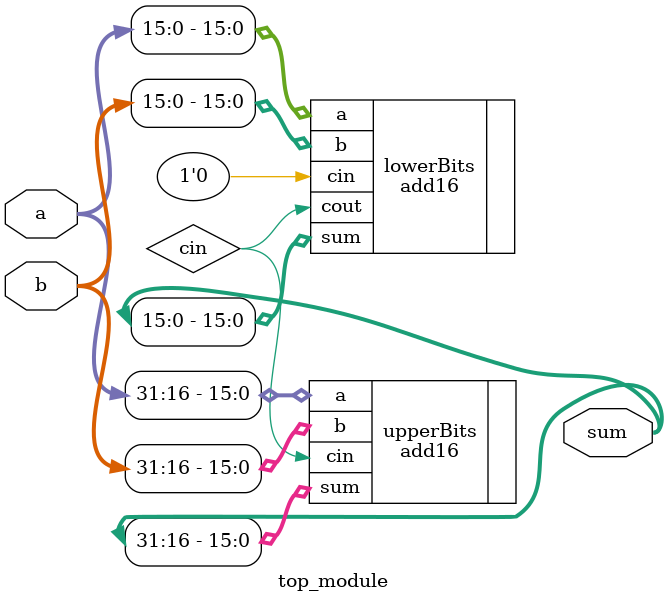
<source format=v>
module top_module(
  input [31:0] a,
  input [31:0] b,
  output [31:0] sum
);

  // cin Wires:
  wire cin;
  
  // Module Instantiations:
  add16 lowerBits(.a(a[15:0]), .b(b[15:0]), .cin(1'b0), .sum(sum[15:0]), .cout(cin));
  add16 upperBits(.a(a[31:16]), .b(b[31:16]), .cin(cin), .sum(sum[31:16]));

endmodule
</source>
